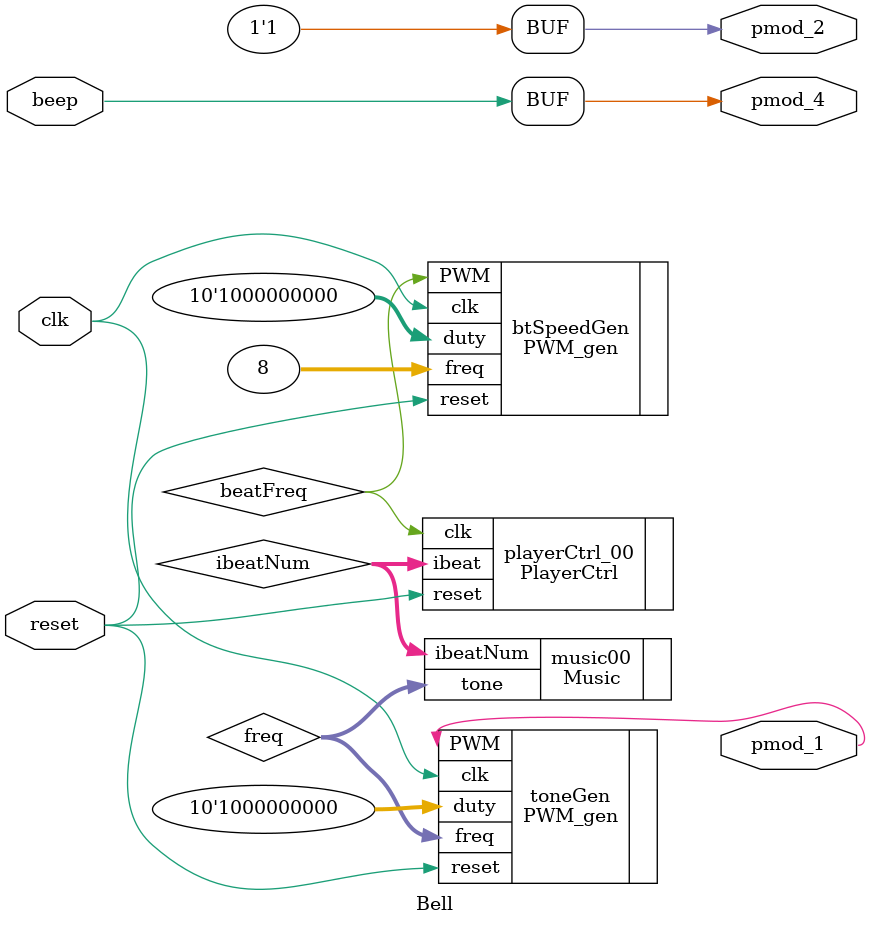
<source format=v>
`timescale 1ns / 1ps


module Bell(
    input clk,
	input reset,
	input beep,
	output pmod_1,
	output pmod_2,
	output pmod_4
);
parameter BEAT_FREQ = 32'd8;	//one beat=0.125sec
parameter DUTY_BEST = 10'd512;	//duty cycle=50%

wire [31:0] freq;
wire [7:0] ibeatNum;
wire beatFreq;

assign pmod_2 = 1'd1;	//no gain(6dB)
assign pmod_4 = beep;	//turn-on

//Generate beat speed
PWM_gen btSpeedGen ( .clk(clk), 
					 .reset(reset),
					 .freq(BEAT_FREQ),
					 .duty(DUTY_BEST), 
					 .PWM(beatFreq)
);
	
//manipulate beat
PlayerCtrl playerCtrl_00 ( .clk(beatFreq),
						   .reset(reset),
						   .ibeat(ibeatNum)
);	
	
//Generate variant freq. of tones
Music music00 ( .ibeatNum(ibeatNum),
				.tone(freq)
);

// Generate particular freq. signal
PWM_gen toneGen ( .clk(clk), 
				  .reset(reset), 
				  .freq(freq),
				  .duty(DUTY_BEST), 
				  .PWM(pmod_1)
);
endmodule

</source>
